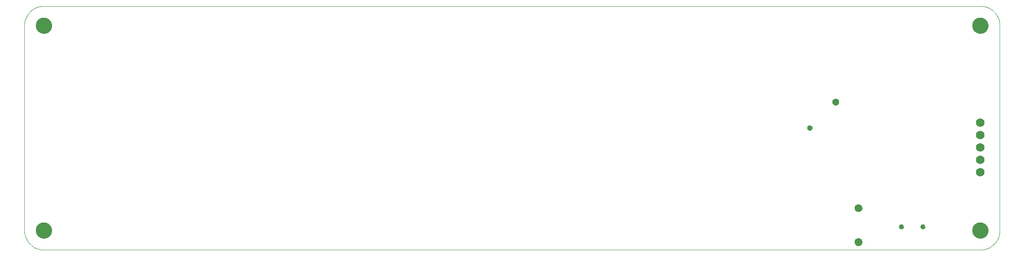
<source format=gbs>
G75*
G70*
%OFA0B0*%
%FSLAX24Y24*%
%IPPOS*%
%LPD*%
%AMOC8*
5,1,8,0,0,1.08239X$1,22.5*
%
%ADD10C,0.0000*%
%ADD11C,0.1300*%
%ADD12C,0.0434*%
%ADD13C,0.0552*%
%ADD14C,0.0394*%
%ADD15C,0.0700*%
%ADD16C,0.0631*%
D10*
X001725Y000937D02*
X077315Y000937D01*
X076685Y002512D02*
X076687Y002562D01*
X076693Y002612D01*
X076703Y002661D01*
X076717Y002709D01*
X076734Y002756D01*
X076755Y002801D01*
X076780Y002845D01*
X076808Y002886D01*
X076840Y002925D01*
X076874Y002962D01*
X076911Y002996D01*
X076951Y003026D01*
X076993Y003053D01*
X077037Y003077D01*
X077083Y003098D01*
X077130Y003114D01*
X077178Y003127D01*
X077228Y003136D01*
X077277Y003141D01*
X077328Y003142D01*
X077378Y003139D01*
X077427Y003132D01*
X077476Y003121D01*
X077524Y003106D01*
X077570Y003088D01*
X077615Y003066D01*
X077658Y003040D01*
X077699Y003011D01*
X077738Y002979D01*
X077774Y002944D01*
X077806Y002906D01*
X077836Y002866D01*
X077863Y002823D01*
X077886Y002779D01*
X077905Y002733D01*
X077921Y002685D01*
X077933Y002636D01*
X077941Y002587D01*
X077945Y002537D01*
X077945Y002487D01*
X077941Y002437D01*
X077933Y002388D01*
X077921Y002339D01*
X077905Y002291D01*
X077886Y002245D01*
X077863Y002201D01*
X077836Y002158D01*
X077806Y002118D01*
X077774Y002080D01*
X077738Y002045D01*
X077699Y002013D01*
X077658Y001984D01*
X077615Y001958D01*
X077570Y001936D01*
X077524Y001918D01*
X077476Y001903D01*
X077427Y001892D01*
X077378Y001885D01*
X077328Y001882D01*
X077277Y001883D01*
X077228Y001888D01*
X077178Y001897D01*
X077130Y001910D01*
X077083Y001926D01*
X077037Y001947D01*
X076993Y001971D01*
X076951Y001998D01*
X076911Y002028D01*
X076874Y002062D01*
X076840Y002099D01*
X076808Y002138D01*
X076780Y002179D01*
X076755Y002223D01*
X076734Y002268D01*
X076717Y002315D01*
X076703Y002363D01*
X076693Y002412D01*
X076687Y002462D01*
X076685Y002512D01*
X077315Y000937D02*
X077392Y000939D01*
X077469Y000945D01*
X077546Y000954D01*
X077622Y000967D01*
X077698Y000984D01*
X077772Y001005D01*
X077846Y001029D01*
X077918Y001057D01*
X077988Y001088D01*
X078057Y001123D01*
X078125Y001161D01*
X078190Y001202D01*
X078253Y001247D01*
X078314Y001295D01*
X078373Y001345D01*
X078429Y001398D01*
X078482Y001454D01*
X078532Y001513D01*
X078580Y001574D01*
X078625Y001637D01*
X078666Y001702D01*
X078704Y001770D01*
X078739Y001839D01*
X078770Y001909D01*
X078798Y001981D01*
X078822Y002055D01*
X078843Y002129D01*
X078860Y002205D01*
X078873Y002281D01*
X078882Y002358D01*
X078888Y002435D01*
X078890Y002512D01*
X078890Y019048D01*
X076685Y019048D02*
X076687Y019098D01*
X076693Y019148D01*
X076703Y019197D01*
X076717Y019245D01*
X076734Y019292D01*
X076755Y019337D01*
X076780Y019381D01*
X076808Y019422D01*
X076840Y019461D01*
X076874Y019498D01*
X076911Y019532D01*
X076951Y019562D01*
X076993Y019589D01*
X077037Y019613D01*
X077083Y019634D01*
X077130Y019650D01*
X077178Y019663D01*
X077228Y019672D01*
X077277Y019677D01*
X077328Y019678D01*
X077378Y019675D01*
X077427Y019668D01*
X077476Y019657D01*
X077524Y019642D01*
X077570Y019624D01*
X077615Y019602D01*
X077658Y019576D01*
X077699Y019547D01*
X077738Y019515D01*
X077774Y019480D01*
X077806Y019442D01*
X077836Y019402D01*
X077863Y019359D01*
X077886Y019315D01*
X077905Y019269D01*
X077921Y019221D01*
X077933Y019172D01*
X077941Y019123D01*
X077945Y019073D01*
X077945Y019023D01*
X077941Y018973D01*
X077933Y018924D01*
X077921Y018875D01*
X077905Y018827D01*
X077886Y018781D01*
X077863Y018737D01*
X077836Y018694D01*
X077806Y018654D01*
X077774Y018616D01*
X077738Y018581D01*
X077699Y018549D01*
X077658Y018520D01*
X077615Y018494D01*
X077570Y018472D01*
X077524Y018454D01*
X077476Y018439D01*
X077427Y018428D01*
X077378Y018421D01*
X077328Y018418D01*
X077277Y018419D01*
X077228Y018424D01*
X077178Y018433D01*
X077130Y018446D01*
X077083Y018462D01*
X077037Y018483D01*
X076993Y018507D01*
X076951Y018534D01*
X076911Y018564D01*
X076874Y018598D01*
X076840Y018635D01*
X076808Y018674D01*
X076780Y018715D01*
X076755Y018759D01*
X076734Y018804D01*
X076717Y018851D01*
X076703Y018899D01*
X076693Y018948D01*
X076687Y018998D01*
X076685Y019048D01*
X077315Y020623D02*
X077392Y020621D01*
X077469Y020615D01*
X077546Y020606D01*
X077622Y020593D01*
X077698Y020576D01*
X077772Y020555D01*
X077846Y020531D01*
X077918Y020503D01*
X077988Y020472D01*
X078057Y020437D01*
X078125Y020399D01*
X078190Y020358D01*
X078253Y020313D01*
X078314Y020265D01*
X078373Y020215D01*
X078429Y020162D01*
X078482Y020106D01*
X078532Y020047D01*
X078580Y019986D01*
X078625Y019923D01*
X078666Y019858D01*
X078704Y019790D01*
X078739Y019721D01*
X078770Y019651D01*
X078798Y019579D01*
X078822Y019505D01*
X078843Y019431D01*
X078860Y019355D01*
X078873Y019279D01*
X078882Y019202D01*
X078888Y019125D01*
X078890Y019048D01*
X077315Y020622D02*
X001725Y020622D01*
X001095Y019048D02*
X001097Y019098D01*
X001103Y019148D01*
X001113Y019197D01*
X001127Y019245D01*
X001144Y019292D01*
X001165Y019337D01*
X001190Y019381D01*
X001218Y019422D01*
X001250Y019461D01*
X001284Y019498D01*
X001321Y019532D01*
X001361Y019562D01*
X001403Y019589D01*
X001447Y019613D01*
X001493Y019634D01*
X001540Y019650D01*
X001588Y019663D01*
X001638Y019672D01*
X001687Y019677D01*
X001738Y019678D01*
X001788Y019675D01*
X001837Y019668D01*
X001886Y019657D01*
X001934Y019642D01*
X001980Y019624D01*
X002025Y019602D01*
X002068Y019576D01*
X002109Y019547D01*
X002148Y019515D01*
X002184Y019480D01*
X002216Y019442D01*
X002246Y019402D01*
X002273Y019359D01*
X002296Y019315D01*
X002315Y019269D01*
X002331Y019221D01*
X002343Y019172D01*
X002351Y019123D01*
X002355Y019073D01*
X002355Y019023D01*
X002351Y018973D01*
X002343Y018924D01*
X002331Y018875D01*
X002315Y018827D01*
X002296Y018781D01*
X002273Y018737D01*
X002246Y018694D01*
X002216Y018654D01*
X002184Y018616D01*
X002148Y018581D01*
X002109Y018549D01*
X002068Y018520D01*
X002025Y018494D01*
X001980Y018472D01*
X001934Y018454D01*
X001886Y018439D01*
X001837Y018428D01*
X001788Y018421D01*
X001738Y018418D01*
X001687Y018419D01*
X001638Y018424D01*
X001588Y018433D01*
X001540Y018446D01*
X001493Y018462D01*
X001447Y018483D01*
X001403Y018507D01*
X001361Y018534D01*
X001321Y018564D01*
X001284Y018598D01*
X001250Y018635D01*
X001218Y018674D01*
X001190Y018715D01*
X001165Y018759D01*
X001144Y018804D01*
X001127Y018851D01*
X001113Y018899D01*
X001103Y018948D01*
X001097Y018998D01*
X001095Y019048D01*
X000150Y019048D02*
X000152Y019125D01*
X000158Y019202D01*
X000167Y019279D01*
X000180Y019355D01*
X000197Y019431D01*
X000218Y019505D01*
X000242Y019579D01*
X000270Y019651D01*
X000301Y019721D01*
X000336Y019790D01*
X000374Y019858D01*
X000415Y019923D01*
X000460Y019986D01*
X000508Y020047D01*
X000558Y020106D01*
X000611Y020162D01*
X000667Y020215D01*
X000726Y020265D01*
X000787Y020313D01*
X000850Y020358D01*
X000915Y020399D01*
X000983Y020437D01*
X001052Y020472D01*
X001122Y020503D01*
X001194Y020531D01*
X001268Y020555D01*
X001342Y020576D01*
X001418Y020593D01*
X001494Y020606D01*
X001571Y020615D01*
X001648Y020621D01*
X001725Y020623D01*
X000150Y019048D02*
X000150Y002512D01*
X001095Y002512D02*
X001097Y002562D01*
X001103Y002612D01*
X001113Y002661D01*
X001127Y002709D01*
X001144Y002756D01*
X001165Y002801D01*
X001190Y002845D01*
X001218Y002886D01*
X001250Y002925D01*
X001284Y002962D01*
X001321Y002996D01*
X001361Y003026D01*
X001403Y003053D01*
X001447Y003077D01*
X001493Y003098D01*
X001540Y003114D01*
X001588Y003127D01*
X001638Y003136D01*
X001687Y003141D01*
X001738Y003142D01*
X001788Y003139D01*
X001837Y003132D01*
X001886Y003121D01*
X001934Y003106D01*
X001980Y003088D01*
X002025Y003066D01*
X002068Y003040D01*
X002109Y003011D01*
X002148Y002979D01*
X002184Y002944D01*
X002216Y002906D01*
X002246Y002866D01*
X002273Y002823D01*
X002296Y002779D01*
X002315Y002733D01*
X002331Y002685D01*
X002343Y002636D01*
X002351Y002587D01*
X002355Y002537D01*
X002355Y002487D01*
X002351Y002437D01*
X002343Y002388D01*
X002331Y002339D01*
X002315Y002291D01*
X002296Y002245D01*
X002273Y002201D01*
X002246Y002158D01*
X002216Y002118D01*
X002184Y002080D01*
X002148Y002045D01*
X002109Y002013D01*
X002068Y001984D01*
X002025Y001958D01*
X001980Y001936D01*
X001934Y001918D01*
X001886Y001903D01*
X001837Y001892D01*
X001788Y001885D01*
X001738Y001882D01*
X001687Y001883D01*
X001638Y001888D01*
X001588Y001897D01*
X001540Y001910D01*
X001493Y001926D01*
X001447Y001947D01*
X001403Y001971D01*
X001361Y001998D01*
X001321Y002028D01*
X001284Y002062D01*
X001250Y002099D01*
X001218Y002138D01*
X001190Y002179D01*
X001165Y002223D01*
X001144Y002268D01*
X001127Y002315D01*
X001113Y002363D01*
X001103Y002412D01*
X001097Y002462D01*
X001095Y002512D01*
X000150Y002512D02*
X000152Y002435D01*
X000158Y002358D01*
X000167Y002281D01*
X000180Y002205D01*
X000197Y002129D01*
X000218Y002055D01*
X000242Y001981D01*
X000270Y001909D01*
X000301Y001839D01*
X000336Y001770D01*
X000374Y001702D01*
X000415Y001637D01*
X000460Y001574D01*
X000508Y001513D01*
X000558Y001454D01*
X000611Y001398D01*
X000667Y001345D01*
X000726Y001295D01*
X000787Y001247D01*
X000850Y001202D01*
X000915Y001161D01*
X000983Y001123D01*
X001052Y001088D01*
X001122Y001057D01*
X001194Y001029D01*
X001268Y001005D01*
X001342Y000984D01*
X001418Y000967D01*
X001494Y000954D01*
X001571Y000945D01*
X001648Y000939D01*
X001725Y000937D01*
X063349Y010790D02*
X063351Y010817D01*
X063357Y010844D01*
X063366Y010870D01*
X063379Y010894D01*
X063395Y010917D01*
X063414Y010936D01*
X063436Y010953D01*
X063460Y010967D01*
X063485Y010977D01*
X063512Y010984D01*
X063539Y010987D01*
X063567Y010986D01*
X063594Y010981D01*
X063620Y010973D01*
X063644Y010961D01*
X063667Y010945D01*
X063688Y010927D01*
X063705Y010906D01*
X063720Y010882D01*
X063731Y010857D01*
X063739Y010831D01*
X063743Y010804D01*
X063743Y010776D01*
X063739Y010749D01*
X063731Y010723D01*
X063720Y010698D01*
X063705Y010674D01*
X063688Y010653D01*
X063667Y010635D01*
X063645Y010619D01*
X063620Y010607D01*
X063594Y010599D01*
X063567Y010594D01*
X063539Y010593D01*
X063512Y010596D01*
X063485Y010603D01*
X063460Y010613D01*
X063436Y010627D01*
X063414Y010644D01*
X063395Y010663D01*
X063379Y010686D01*
X063366Y010710D01*
X063357Y010736D01*
X063351Y010763D01*
X063349Y010790D01*
X065378Y012878D02*
X065380Y012909D01*
X065386Y012940D01*
X065395Y012970D01*
X065408Y012999D01*
X065425Y013026D01*
X065445Y013050D01*
X065467Y013072D01*
X065493Y013091D01*
X065520Y013107D01*
X065549Y013119D01*
X065579Y013128D01*
X065610Y013133D01*
X065642Y013134D01*
X065673Y013131D01*
X065704Y013124D01*
X065734Y013114D01*
X065762Y013100D01*
X065788Y013082D01*
X065812Y013062D01*
X065833Y013038D01*
X065852Y013013D01*
X065867Y012985D01*
X065878Y012956D01*
X065886Y012925D01*
X065890Y012894D01*
X065890Y012862D01*
X065886Y012831D01*
X065878Y012800D01*
X065867Y012771D01*
X065852Y012743D01*
X065833Y012718D01*
X065812Y012694D01*
X065788Y012674D01*
X065762Y012656D01*
X065734Y012642D01*
X065704Y012632D01*
X065673Y012625D01*
X065642Y012622D01*
X065610Y012623D01*
X065579Y012628D01*
X065549Y012637D01*
X065520Y012649D01*
X065493Y012665D01*
X065467Y012684D01*
X065445Y012706D01*
X065425Y012730D01*
X065408Y012757D01*
X065395Y012786D01*
X065386Y012816D01*
X065380Y012847D01*
X065378Y012878D01*
X067178Y004323D02*
X067180Y004357D01*
X067186Y004391D01*
X067196Y004424D01*
X067209Y004455D01*
X067227Y004485D01*
X067247Y004513D01*
X067271Y004538D01*
X067297Y004560D01*
X067325Y004578D01*
X067356Y004594D01*
X067388Y004606D01*
X067422Y004614D01*
X067456Y004618D01*
X067490Y004618D01*
X067524Y004614D01*
X067558Y004606D01*
X067590Y004594D01*
X067620Y004578D01*
X067649Y004560D01*
X067675Y004538D01*
X067699Y004513D01*
X067719Y004485D01*
X067737Y004455D01*
X067750Y004424D01*
X067760Y004391D01*
X067766Y004357D01*
X067768Y004323D01*
X067766Y004289D01*
X067760Y004255D01*
X067750Y004222D01*
X067737Y004191D01*
X067719Y004161D01*
X067699Y004133D01*
X067675Y004108D01*
X067649Y004086D01*
X067621Y004068D01*
X067590Y004052D01*
X067558Y004040D01*
X067524Y004032D01*
X067490Y004028D01*
X067456Y004028D01*
X067422Y004032D01*
X067388Y004040D01*
X067356Y004052D01*
X067325Y004068D01*
X067297Y004086D01*
X067271Y004108D01*
X067247Y004133D01*
X067227Y004161D01*
X067209Y004191D01*
X067196Y004222D01*
X067186Y004255D01*
X067180Y004289D01*
X067178Y004323D01*
X070760Y002807D02*
X070762Y002833D01*
X070768Y002859D01*
X070778Y002884D01*
X070791Y002907D01*
X070807Y002927D01*
X070827Y002945D01*
X070849Y002960D01*
X070872Y002972D01*
X070898Y002980D01*
X070924Y002984D01*
X070950Y002984D01*
X070976Y002980D01*
X071002Y002972D01*
X071026Y002960D01*
X071047Y002945D01*
X071067Y002927D01*
X071083Y002907D01*
X071096Y002884D01*
X071106Y002859D01*
X071112Y002833D01*
X071114Y002807D01*
X071112Y002781D01*
X071106Y002755D01*
X071096Y002730D01*
X071083Y002707D01*
X071067Y002687D01*
X071047Y002669D01*
X071025Y002654D01*
X071002Y002642D01*
X070976Y002634D01*
X070950Y002630D01*
X070924Y002630D01*
X070898Y002634D01*
X070872Y002642D01*
X070848Y002654D01*
X070827Y002669D01*
X070807Y002687D01*
X070791Y002707D01*
X070778Y002730D01*
X070768Y002755D01*
X070762Y002781D01*
X070760Y002807D01*
X072493Y002807D02*
X072495Y002833D01*
X072501Y002859D01*
X072511Y002884D01*
X072524Y002907D01*
X072540Y002927D01*
X072560Y002945D01*
X072582Y002960D01*
X072605Y002972D01*
X072631Y002980D01*
X072657Y002984D01*
X072683Y002984D01*
X072709Y002980D01*
X072735Y002972D01*
X072759Y002960D01*
X072780Y002945D01*
X072800Y002927D01*
X072816Y002907D01*
X072829Y002884D01*
X072839Y002859D01*
X072845Y002833D01*
X072847Y002807D01*
X072845Y002781D01*
X072839Y002755D01*
X072829Y002730D01*
X072816Y002707D01*
X072800Y002687D01*
X072780Y002669D01*
X072758Y002654D01*
X072735Y002642D01*
X072709Y002634D01*
X072683Y002630D01*
X072657Y002630D01*
X072631Y002634D01*
X072605Y002642D01*
X072581Y002654D01*
X072560Y002669D01*
X072540Y002687D01*
X072524Y002707D01*
X072511Y002730D01*
X072501Y002755D01*
X072495Y002781D01*
X072493Y002807D01*
X067178Y001567D02*
X067180Y001601D01*
X067186Y001635D01*
X067196Y001668D01*
X067209Y001699D01*
X067227Y001729D01*
X067247Y001757D01*
X067271Y001782D01*
X067297Y001804D01*
X067325Y001822D01*
X067356Y001838D01*
X067388Y001850D01*
X067422Y001858D01*
X067456Y001862D01*
X067490Y001862D01*
X067524Y001858D01*
X067558Y001850D01*
X067590Y001838D01*
X067620Y001822D01*
X067649Y001804D01*
X067675Y001782D01*
X067699Y001757D01*
X067719Y001729D01*
X067737Y001699D01*
X067750Y001668D01*
X067760Y001635D01*
X067766Y001601D01*
X067768Y001567D01*
X067766Y001533D01*
X067760Y001499D01*
X067750Y001466D01*
X067737Y001435D01*
X067719Y001405D01*
X067699Y001377D01*
X067675Y001352D01*
X067649Y001330D01*
X067621Y001312D01*
X067590Y001296D01*
X067558Y001284D01*
X067524Y001276D01*
X067490Y001272D01*
X067456Y001272D01*
X067422Y001276D01*
X067388Y001284D01*
X067356Y001296D01*
X067325Y001312D01*
X067297Y001330D01*
X067271Y001352D01*
X067247Y001377D01*
X067227Y001405D01*
X067209Y001435D01*
X067196Y001466D01*
X067186Y001499D01*
X067180Y001533D01*
X067178Y001567D01*
D11*
X077315Y002512D03*
X077315Y019048D03*
X001725Y019048D03*
X001725Y002512D03*
D12*
X063546Y010790D03*
D13*
X065634Y012878D03*
D14*
X070937Y002807D03*
X072670Y002807D03*
D15*
X077315Y007205D03*
X077315Y008205D03*
X077315Y009205D03*
X077315Y010205D03*
X077315Y011205D03*
D16*
X067473Y004323D03*
X067473Y001567D03*
M02*

</source>
